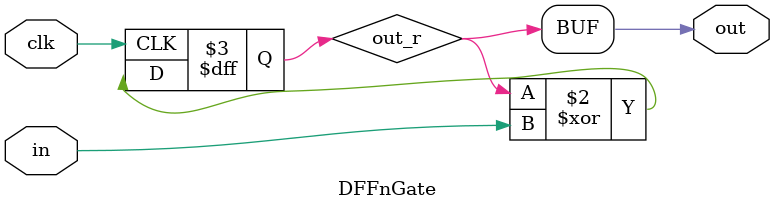
<source format=v>
module DFFnGate (
    input clk,
    input in,
    output out
);
    reg out_r;
    assign out = out_r;

    always @(posedge clk) begin
        out_r <= out_r ^ in;
    end
endmodule
</source>
